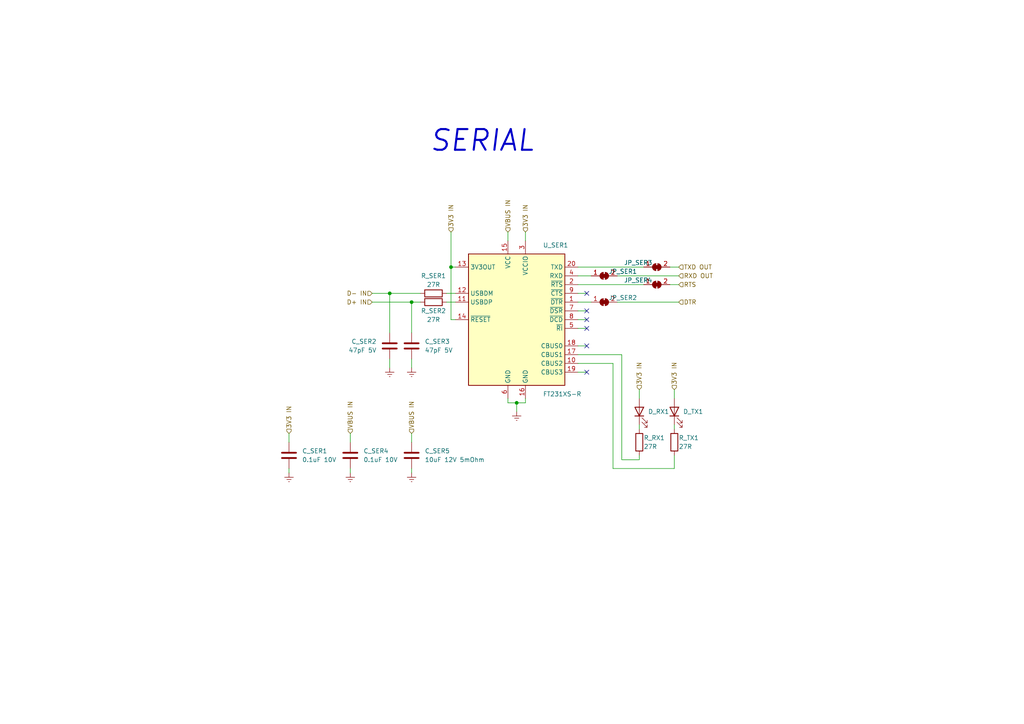
<source format=kicad_sch>
(kicad_sch (version 20211123) (generator eeschema)
  (paper "A4")
  (lib_symbols
    (symbol "Device:C" (pin_numbers hide) (pin_names (offset 0.254))
      (property "Reference" "C" (at 0.635 2.54 0))
      (property "Value" "C" (at 0.635 -2.54 0))
      (symbol "C_0_1"
        (polyline (pts (xy -2.032 -0.762) (xy 2.032 -0.762)) (stroke (width 0.508)))
        (polyline (pts (xy -2.032 0.762) (xy 2.032 0.762)) (stroke (width 0.508)))
      )
      (symbol "C_1_1"
        (pin passive line (at 0 3.81 270) (length 2.794) (name "~") (number "1"))
        (pin passive line (at 0 -3.81 90) (length 2.794) (name "~") (number "2"))
      )
    )
    (symbol "Device:LED" (pin_numbers hide) (pin_names (offset 1.016) hide)
      (property "Reference" "D" (at 0 2.54 0))
      (property "Value" "LED" (at 0 -2.54 0))
      (symbol "LED_0_1"
        (polyline (pts (xy -1.27 -1.27) (xy -1.27 1.27)) (stroke (width 0.254)))
        (polyline (pts (xy -1.27 0) (xy 1.27 0)))
        (polyline (pts (xy 1.27 -1.27) (xy 1.27 1.27) (xy -1.27 0) (xy 1.27 -1.27)) (stroke (width 0.254)))
        (polyline (pts (xy -3.048 -0.762) (xy -4.572 -2.286) (xy -3.81 -2.286) (xy -4.572 -2.286) (xy -4.572 -1.524)))
        (polyline (pts (xy -1.778 -0.762) (xy -3.302 -2.286) (xy -2.54 -2.286) (xy -3.302 -2.286) (xy -3.302 -1.524)))
      )
      (symbol "LED_1_1"
        (pin passive line (at -3.81 0 0) (length 2.54) (name "K") (number "1"))
        (pin passive line (at 3.81 0 180) (length 2.54) (name "A") (number "2"))
      )
    )
    (symbol "Device:R" (pin_numbers hide) (pin_names (offset 0))
      (property "Reference" "R" (at 2.032 0 90))
      (property "Value" "R" (at 0 0 90))
      (symbol "R_0_1"
        (rectangle (start -1.016 -2.54) (end 1.016 2.54) (stroke (width 0.254)))
      )
      (symbol "R_1_1"
        (pin passive line (at 0 3.81 270) (length 1.27) (name "~") (number "1"))
        (pin passive line (at 0 -3.81 90) (length 1.27) (name "~") (number "2"))
      )
    )
    (symbol "Interface_USB:FT231XS"
      (property "Reference" "U" (at -13.97 20.32 0))
      (property "Value" "FT231XS" (at 7.62 20.32 0))
      (symbol "FT231XS_0_1"
        (rectangle (start -13.97 19.05) (end 13.97 -19.05) (stroke (width 0.254)) (fill (type background)))
      )
      (symbol "FT231XS_1_1"
        (pin output line (at 17.78 5.08 180) (length 3.81) (name "~{DTR}") (number "1"))
        (pin bidirectional line (at 17.78 -12.7 180) (length 3.81) (name "CBUS2") (number "10"))
        (pin bidirectional line (at -17.78 5.08 0) (length 3.81) (name "USBDP") (number "11"))
        (pin bidirectional line (at -17.78 7.62 0) (length 3.81) (name "USBDM") (number "12"))
        (pin power_out line (at -17.78 15.24 0) (length 3.81) (name "3V3OUT") (number "13"))
        (pin input line (at -17.78 0 0) (length 3.81) (name "~{RESET}") (number "14"))
        (pin power_in line (at -2.54 22.86 270) (length 3.81) (name "VCC") (number "15"))
        (pin power_in line (at 2.54 -22.86 90) (length 3.81) (name "GND") (number "16"))
        (pin bidirectional line (at 17.78 -10.16 180) (length 3.81) (name "CBUS1") (number "17"))
        (pin bidirectional line (at 17.78 -7.62 180) (length 3.81) (name "CBUS0") (number "18"))
        (pin bidirectional line (at 17.78 -15.24 180) (length 3.81) (name "CBUS3") (number "19"))
        (pin output line (at 17.78 10.16 180) (length 3.81) (name "~{RTS}") (number "2"))
        (pin output line (at 17.78 15.24 180) (length 3.81) (name "TXD") (number "20"))
        (pin power_in line (at 2.54 22.86 270) (length 3.81) (name "VCCIO") (number "3"))
        (pin input line (at 17.78 12.7 180) (length 3.81) (name "RXD") (number "4"))
        (pin input line (at 17.78 -2.54 180) (length 3.81) (name "~{RI}") (number "5"))
        (pin power_in line (at -2.54 -22.86 90) (length 3.81) (name "GND") (number "6"))
        (pin input line (at 17.78 2.54 180) (length 3.81) (name "~{DSR}") (number "7"))
        (pin input line (at 17.78 0 180) (length 3.81) (name "~{DCD}") (number "8"))
        (pin input line (at 17.78 7.62 180) (length 3.81) (name "~{CTS}") (number "9"))
      )
    )
    (symbol "Jumper:SolderJumper_2_Bridged" (pin_names (offset 0) hide)
      (property "Reference" "JP" (at 0 2.032 0))
      (property "Value" "SolderJumper_2_Bridged" (at 0 -2.54 0))
      (symbol "SolderJumper_2_Bridged_0_1"
        (rectangle (start -0.508 0.508) (end 0.508 -0.508) (fill (type outline)))
        (arc (start -0.254 1.016) (mid -1.27 0) (end -0.254 -1.016))
        (arc (start -0.254 1.016) (mid -1.27 0) (end -0.254 -1.016) (fill (type outline)))
        (polyline (pts (xy -0.254 1.016) (xy -0.254 -1.016)))
        (polyline (pts (xy 0.254 1.016) (xy 0.254 -1.016)))
        (arc (start 0.254 -1.016) (mid 1.27 0) (end 0.254 1.016))
        (arc (start 0.254 -1.016) (mid 1.27 0) (end 0.254 1.016) (fill (type outline)))
      )
      (symbol "SolderJumper_2_Bridged_1_1"
        (pin passive line (at -3.81 0 0) (length 2.54) (name "A") (number "1"))
        (pin passive line (at 3.81 0 180) (length 2.54) (name "B") (number "2"))
      )
    )
    (symbol "power:GNDREF" (power) (pin_names (offset 0))
      (property "Value" "GNDREF" (at 0 -3.81 0))
      (symbol "GNDREF_0_1"
        (polyline (pts (xy -0.635 -1.905) (xy 0.635 -1.905)))
        (polyline (pts (xy -0.127 -2.54) (xy 0.127 -2.54)))
        (polyline (pts (xy 0 -1.27) (xy 0 0)))
        (polyline (pts (xy 1.27 -1.27) (xy -1.27 -1.27)))
      )
      (symbol "GNDREF_1_1"
        (pin power_in line (at 0 0 270) (length 0) hide (name "GNDREF") (number "1"))
      )
    )
  )
  (junction (at 130.81 77.47))
  (junction (at 149.86 116.84))
  (junction (at 113.03 85.09))
  (junction (at 119.38 87.63))
  (no_connect (at 170.18 95.25))
  (no_connect (at 170.18 92.71))
  (no_connect (at 170.18 100.33))
  (no_connect (at 170.18 90.17))
  (no_connect (at 170.18 107.95))
  (no_connect (at 170.18 85.09))
  (wire (pts (xy 113.03 85.09) (xy 113.03 96.52)))
  (wire (pts (xy 170.18 100.33) (xy 167.64 100.33)))
  (wire (pts (xy 195.58 113.03) (xy 195.58 115.57)))
  (wire (pts (xy 179.07 87.63) (xy 196.85 87.63)))
  (wire (pts (xy 194.31 82.55) (xy 196.85 82.55)))
  (wire (pts (xy 107.95 87.63) (xy 119.38 87.63)))
  (wire (pts (xy 170.18 92.71) (xy 167.64 92.71)))
  (wire (pts (xy 130.81 77.47) (xy 132.08 77.47)))
  (wire (pts (xy 185.42 113.03) (xy 185.42 115.57)))
  (wire (pts (xy 83.82 135.89) (xy 83.82 137.16)))
  (wire (pts (xy 129.54 87.63) (xy 132.08 87.63)))
  (wire (pts (xy 179.07 80.01) (xy 196.85 80.01)))
  (wire (pts (xy 180.34 133.35) (xy 185.42 133.35)))
  (wire (pts (xy 119.38 125.73) (xy 119.38 128.27)))
  (wire (pts (xy 195.58 123.19) (xy 195.58 124.46)))
  (wire (pts (xy 152.4 116.84) (xy 149.86 116.84)))
  (wire (pts (xy 129.54 85.09) (xy 132.08 85.09)))
  (wire (pts (xy 152.4 115.57) (xy 152.4 116.84)))
  (wire (pts (xy 167.64 87.63) (xy 171.45 87.63)))
  (wire (pts (xy 101.6 135.89) (xy 101.6 137.16)))
  (wire (pts (xy 185.42 123.19) (xy 185.42 124.46)))
  (wire (pts (xy 119.38 87.63) (xy 121.92 87.63)))
  (wire (pts (xy 170.18 85.09) (xy 167.64 85.09)))
  (wire (pts (xy 177.8 105.41) (xy 177.8 135.89)))
  (wire (pts (xy 147.32 116.84) (xy 149.86 116.84)))
  (wire (pts (xy 130.81 67.31) (xy 130.81 77.47)))
  (wire (pts (xy 171.45 80.01) (xy 167.64 80.01)))
  (wire (pts (xy 170.18 107.95) (xy 167.64 107.95)))
  (wire (pts (xy 194.31 77.47) (xy 196.85 77.47)))
  (wire (pts (xy 149.86 119.38) (xy 149.86 116.84)))
  (wire (pts (xy 147.32 67.31) (xy 147.32 69.85)))
  (wire (pts (xy 180.34 102.87) (xy 180.34 133.35)))
  (wire (pts (xy 119.38 135.89) (xy 119.38 137.16)))
  (wire (pts (xy 167.64 102.87) (xy 180.34 102.87)))
  (wire (pts (xy 119.38 87.63) (xy 119.38 96.52)))
  (wire (pts (xy 167.64 105.41) (xy 177.8 105.41)))
  (wire (pts (xy 167.64 82.55) (xy 186.69 82.55)))
  (wire (pts (xy 101.6 125.73) (xy 101.6 128.27)))
  (wire (pts (xy 107.95 85.09) (xy 113.03 85.09)))
  (wire (pts (xy 195.58 132.08) (xy 195.58 135.89)))
  (wire (pts (xy 113.03 85.09) (xy 121.92 85.09)))
  (wire (pts (xy 130.81 77.47) (xy 130.81 92.71)))
  (wire (pts (xy 185.42 132.08) (xy 185.42 133.35)))
  (wire (pts (xy 186.69 77.47) (xy 167.64 77.47)))
  (wire (pts (xy 83.82 125.73) (xy 83.82 128.27)))
  (wire (pts (xy 147.32 115.57) (xy 147.32 116.84)))
  (wire (pts (xy 132.08 92.71) (xy 130.81 92.71)))
  (wire (pts (xy 170.18 90.17) (xy 167.64 90.17)))
  (wire (pts (xy 119.38 106.68) (xy 119.38 104.14)))
  (wire (pts (xy 177.8 135.89) (xy 195.58 135.89)))
  (wire (pts (xy 113.03 106.68) (xy 113.03 104.14)))
  (wire (pts (xy 170.18 95.25) (xy 167.64 95.25)))
  (wire (pts (xy 152.4 67.31) (xy 152.4 69.85)))
  (text "SERIAL" (at 124.46 44.45 0) (effects (font (size 6 6) (thickness 0.6) bold italic) (justify left bottom)))
  (hierarchical_label "TXD OUT" (shape input) (at 196.85 77.47 0))
  (hierarchical_label "VBUS IN" (shape input) (at 101.6 125.73 90))
  (hierarchical_label "VBUS IN" (shape input) (at 119.38 125.73 90))
  (hierarchical_label "3V3 IN" (shape input) (at 83.82 125.73 90))
  (hierarchical_label "3V3 IN" (shape input) (at 130.81 67.31 90))
  (hierarchical_label "VBUS IN" (shape input) (at 147.32 67.31 90))
  (hierarchical_label "3V3 IN" (shape input) (at 185.42 113.03 90))
  (hierarchical_label "D+ IN" (shape input) (at 107.95 87.63 180))
  (hierarchical_label "3V3 IN" (shape input) (at 152.4 67.31 90))
  (hierarchical_label "RTS" (shape input) (at 196.85 82.55 0))
  (hierarchical_label "D- IN" (shape input) (at 107.95 85.09 180))
  (hierarchical_label "3V3 IN" (shape input) (at 195.58 113.03 90))
  (hierarchical_label "DTR" (shape input) (at 196.85 87.63 0))
  (hierarchical_label "RXD OUT" (shape input) (at 196.85 80.01 0))
  (symbol (lib_id "Device:R") (at 125.73 85.09 270) (unit 1)
    (property "Reference" "R_SER1" (at 125.73 80.01 90))
    (property "Value" "27R" (at 125.73 82.55 90))
    (property "Footprint" "Resistor_SMD:R_0603_1608Metric_Pad0.98x0.95mm_HandSolder" (effects hide))
    (property "Datasheet" "https://br.mouser.com/datasheet/2/54/Bourns_CMP_Datasheet_05.28.20-1854233.pdf" (effects hide))
    (property "#" "CMP0603-FX-27R0ELF" (effects hide))
    (property "Description" "Filter" (effects hide))
    (property "Group" "Serial" (effects hide))
    (property "Obs" "wes" (effects hide))
    (property "Mouser" "OK" (effects hide))
  )
  (symbol (lib_id "power:GNDREF") (at 101.6 137.16 0) (unit 1)
    (property "Reference" "#PWR0185" (effects hide))
    (property "Value" "GNDREF" (effects hide))
  )
  (symbol (lib_id "power:GNDREF") (at 119.38 137.16 0) (unit 1)
    (property "Reference" "#PWR0165" (effects hide))
    (property "Value" "GNDREF" (effects hide))
  )
  (symbol (lib_id "Device:C") (at 119.38 132.08 180) (unit 1)
    (property "Reference" "C_SER5" (at 123.19 130.81 0) (effects (justify right)))
    (property "Value" "10uF 12V 5mOhm" (at 123.19 133.35 0) (effects (justify right)))
    (property "Footprint" "Capacitor_SMD:C_0603_1608Metric_Pad1.08x0.95mm_HandSolder" (effects hide))
    (property "Datasheet" "https://product.tdk.com/system/files/dam/doc/product/capacitor/ceramic/mlcc/catalog/mlcc_commercial_general_en.pdf?ref_disty=mouser" (effects hide))
    (property "#" "C1608X5R1E106M080AC" (effects hide))
    (property "Description" "Decouple" (effects hide))
    (property "Group" "Serial" (effects hide))
    (property "Obs" "wes" (effects hide))
    (property "Mouser" "OK" (effects hide))
  )
  (symbol (lib_id "Jumper:SolderJumper_2_Bridged") (at 190.5 77.47 0) (unit 1)
    (property "Reference" "JP_SER3" (at 189.23 76.2 0) (effects (justify right)))
    (property "Value" "Bridged" (effects hide))
    (property "Footprint" "Jumper:SolderJumper-2_P1.3mm_Bridged2Bar_Pad1.0x1.5mm" (effects hide))
    (property "Datasheet" "xxx" (effects hide))
    (property "#" "xxx" (effects hide))
    (property "Description" "Solder jumper" (effects hide))
    (property "Group" "Serial" (effects hide))
    (property "Mouser" "OK" (effects hide))
  )
  (symbol (lib_id "Device:R") (at 185.42 128.27 0) (unit 1)
    (property "Reference" "R_RX1" (at 186.69 127 0) (effects (justify left)))
    (property "Value" "27R" (at 186.69 129.54 0) (effects (justify left)))
    (property "Footprint" "Resistor_SMD:R_0603_1608Metric_Pad0.98x0.95mm_HandSolder" (effects hide))
    (property "Datasheet" "https://br.mouser.com/datasheet/2/54/Bourns_CMP_Datasheet_05.28.20-1854233.pdf" (effects hide))
    (property "#" "CMP0603-FX-27R0ELF" (effects hide))
    (property "Description" "RX LED series resistor" (effects hide))
    (property "Group" "Serial" (effects hide))
    (property "Obs" "wes" (effects hide))
    (property "Mouser" "OK" (effects hide))
  )
  (symbol (lib_id "Device:C") (at 101.6 132.08 0) (unit 1)
    (property "Reference" "C_SER4" (at 105.41 130.81 0) (effects (justify left)))
    (property "Value" "0.1uF 10V" (at 105.41 133.35 0) (effects (justify left)))
    (property "Footprint" "Capacitor_SMD:C_0603_1608Metric_Pad1.08x0.95mm_HandSolder" (effects hide))
    (property "Datasheet" "https://product.tdk.com/system/files/dam/doc/product/capacitor/ceramic/mlcc/catalog/mlcc_automotive_general_en.pdf?ref_disty=mouser" (effects hide))
    (property "#" "CGA3E2X7R1H104K080AA" (effects hide))
    (property "Description" "Decouple" (effects hide))
    (property "Group" "Serial" (effects hide))
    (property "Mouser" "OK" (effects hide))
  )
  (symbol (lib_id "Device:LED") (at 185.42 119.38 90) (unit 1)
    (property "Reference" "D_RX1" (at 187.96 119.38 90) (effects (justify right)))
    (property "Value" "LED white" (effects hide))
    (property "Footprint" "LED_SMD:LED_0603_1608Metric_Pad1.05x0.95mm_HandSolder" (effects hide))
    (property "Datasheet" "https://br.mouser.com/datasheet/2/348/smld12-e-1874545.pdf" (effects hide))
    (property "#" "SMLD12WBN1W1" (effects hide))
    (property "Description" "RX LED" (effects hide))
    (property "Group" "Serial" (effects hide))
    (property "Mouser" "OK" (effects hide))
  )
  (symbol (lib_id "Device:C") (at 113.03 100.33 180) (unit 1)
    (property "Reference" "C_SER2" (at 109.22 99.06 0) (effects (justify left)))
    (property "Value" "47pF 5V" (at 109.22 101.6 0) (effects (justify left)))
    (property "Footprint" "Capacitor_SMD:C_0603_1608Metric_Pad1.08x0.95mm_HandSolder" (effects hide))
    (property "Datasheet" "https://product.tdk.com/system/files/dam/doc/product/capacitor/ceramic/mlcc/catalog/mlcc_automotive_general_en.pdf?ref_disty=mouser" (effects hide))
    (property "#" "CGA3E2C0G1H470J080AA" (effects hide))
    (property "Description" "Filter" (effects hide))
    (property "Group" "Serial" (effects hide))
    (property "Obs" "wes" (effects hide))
    (property "Mouser" "OK" (effects hide))
  )
  (symbol (lib_id "Device:C") (at 119.38 100.33 180) (unit 1)
    (property "Reference" "C_SER3" (at 123.19 99.06 0) (effects (justify right)))
    (property "Value" "47pF 5V" (at 123.19 101.6 0) (effects (justify right)))
    (property "Footprint" "Capacitor_SMD:C_0603_1608Metric_Pad1.08x0.95mm_HandSolder" (effects hide))
    (property "Datasheet" "https://product.tdk.com/system/files/dam/doc/product/capacitor/ceramic/mlcc/catalog/mlcc_automotive_general_en.pdf?ref_disty=mouser" (effects hide))
    (property "#" "CGA3E2C0G1H470J080AA" (effects hide))
    (property "Description" "Filter" (effects hide))
    (property "Group" "Serial" (effects hide))
    (property "Obs" "wes" (effects hide))
    (property "Mouser" "OK" (effects hide))
  )
  (symbol (lib_id "Device:R") (at 125.73 87.63 270) (unit 1)
    (property "Reference" "R_SER2" (at 125.73 90.17 90))
    (property "Value" "27R" (at 125.73 92.71 90))
    (property "Footprint" "Resistor_SMD:R_0603_1608Metric_Pad0.98x0.95mm_HandSolder" (effects hide))
    (property "Datasheet" "https://br.mouser.com/datasheet/2/54/Bourns_CMP_Datasheet_05.28.20-1854233.pdf" (effects hide))
    (property "#" "CMP0603-FX-27R0ELF" (effects hide))
    (property "Description" "Filter" (effects hide))
    (property "Group" "Serial" (effects hide))
    (property "Obs" "wes" (effects hide))
    (property "Mouser" "OK" (effects hide))
  )
  (symbol (lib_id "Jumper:SolderJumper_2_Bridged") (at 175.26 87.63 0) (unit 1)
    (property "Reference" "JP_SER2" (at 176.53 86.36 0) (effects (justify left)))
    (property "Value" "Bridged" (effects hide))
    (property "Footprint" "Jumper:SolderJumper-2_P1.3mm_Bridged2Bar_Pad1.0x1.5mm" (effects hide))
    (property "Datasheet" "xxx" (effects hide))
    (property "#" "xxx" (effects hide))
    (property "Description" "Solder jumper" (effects hide))
    (property "Group" "Serial" (effects hide))
    (property "Mouser" "OK" (effects hide))
  )
  (symbol (lib_id "power:GNDREF") (at 113.03 106.68 0) (unit 1)
    (property "Reference" "#PWR0180" (effects hide))
    (property "Value" "GNDREF" (effects hide))
  )
  (symbol (lib_id "power:GNDREF") (at 119.38 106.68 0) (unit 1)
    (property "Reference" "#PWR0181" (effects hide))
    (property "Value" "GNDREF" (effects hide))
  )
  (symbol (lib_id "Jumper:SolderJumper_2_Bridged") (at 175.26 80.01 0) (unit 1)
    (property "Reference" "JP_SER1" (at 176.53 78.74 0) (effects (justify left)))
    (property "Value" "Bridged" (effects hide))
    (property "Footprint" "Jumper:SolderJumper-2_P1.3mm_Bridged2Bar_Pad1.0x1.5mm" (effects hide))
    (property "Datasheet" "xxx" (effects hide))
    (property "#" "xxx" (effects hide))
    (property "Description" "Solder jumper" (effects hide))
    (property "Group" "Serial" (effects hide))
    (property "Mouser" "OK" (effects hide))
  )
  (symbol (lib_id "Device:C") (at 83.82 132.08 0) (unit 1)
    (property "Reference" "C_SER1" (at 87.63 130.81 0) (effects (justify left)))
    (property "Value" "0.1uF 10V" (at 87.63 133.35 0) (effects (justify left)))
    (property "Footprint" "Capacitor_SMD:C_0603_1608Metric_Pad1.08x0.95mm_HandSolder" (effects hide))
    (property "Datasheet" "https://product.tdk.com/system/files/dam/doc/product/capacitor/ceramic/mlcc/catalog/mlcc_automotive_general_en.pdf?ref_disty=mouser" (effects hide))
    (property "#" "CGA3E2X7R1H104K080AA" (effects hide))
    (property "Description" "Decouple" (effects hide))
    (property "Group" "Serial" (effects hide))
    (property "Mouser" "OK" (effects hide))
  )
  (symbol (lib_id "Jumper:SolderJumper_2_Bridged") (at 190.5 82.55 0) (unit 1)
    (property "Reference" "JP_SER4" (at 189.23 81.28 0) (effects (justify right)))
    (property "Value" "Bridged" (effects hide))
    (property "Footprint" "Jumper:SolderJumper-2_P1.3mm_Bridged2Bar_Pad1.0x1.5mm" (effects hide))
    (property "Datasheet" "xxx" (effects hide))
    (property "#" "xxx" (effects hide))
    (property "Description" "Solder jumper" (effects hide))
    (property "Group" "Serial" (effects hide))
    (property "Mouser" "OK" (effects hide))
  )
  (symbol (lib_id "Device:LED") (at 195.58 119.38 90) (unit 1)
    (property "Reference" "D_TX1" (at 198.12 119.38 90) (effects (justify right)))
    (property "Value" "LED white" (effects hide))
    (property "Footprint" "LED_SMD:LED_0603_1608Metric_Pad1.05x0.95mm_HandSolder" (effects hide))
    (property "Datasheet" "https://br.mouser.com/datasheet/2/348/smld12-e-1874545.pdf" (effects hide))
    (property "#" "SMLD12WBN1W1" (effects hide))
    (property "Description" "TX LED" (effects hide))
    (property "Group" "Serial" (effects hide))
    (property "Mouser" "OK" (effects hide))
  )
  (symbol (lib_id "Interface_USB:FT231XS") (at 149.86 92.71 0) (unit 1)
    (property "Reference" "U_SER1" (at 157.48 71.12 0) (effects (justify left)))
    (property "Value" "FT231XS-R" (at 157.48 114.3 0) (effects (justify left)))
    (property "Footprint" "Package_SO:SSOP-20_3.9x8.7mm_P0.635mm" (effects hide))
    (property "Datasheet" "https://br.mouser.com/datasheet/2/163/DS_FT231X-13571.pdf" (effects hide))
    (property "#" "FT231XS-R" (effects hide))
    (property "Description" "Serial communication IC" (effects hide))
    (property "Group" "Serial" (effects hide))
    (property "Mouser" "OK" (effects hide))
  )
  (symbol (lib_id "Device:R") (at 195.58 128.27 0) (unit 1)
    (property "Reference" "R_TX1" (at 196.85 127 0) (effects (justify left)))
    (property "Value" "27R" (at 196.85 129.5401 0) (effects (justify left)))
    (property "Footprint" "Resistor_SMD:R_0603_1608Metric_Pad0.98x0.95mm_HandSolder" (effects hide))
    (property "Datasheet" "https://br.mouser.com/datasheet/2/54/Bourns_CMP_Datasheet_05.28.20-1854233.pdf" (effects hide))
    (property "#" "CMP0603-FX-27R0ELF" (effects hide))
    (property "Description" "TX LED series resistor" (effects hide))
    (property "Group" "Serial" (effects hide))
    (property "Obs" "wes" (effects hide))
    (property "Mouser" "OK" (effects hide))
  )
  (symbol (lib_id "power:GNDREF") (at 149.86 119.38 0) (unit 1)
    (property "Reference" "#PWR0131" (effects hide))
    (property "Value" "GNDREF" (effects hide))
  )
  (symbol (lib_id "power:GNDREF") (at 83.82 137.16 0) (unit 1)
    (property "Reference" "#PWR0183" (effects hide))
    (property "Value" "GNDREF" (effects hide))
  )
)
</source>
